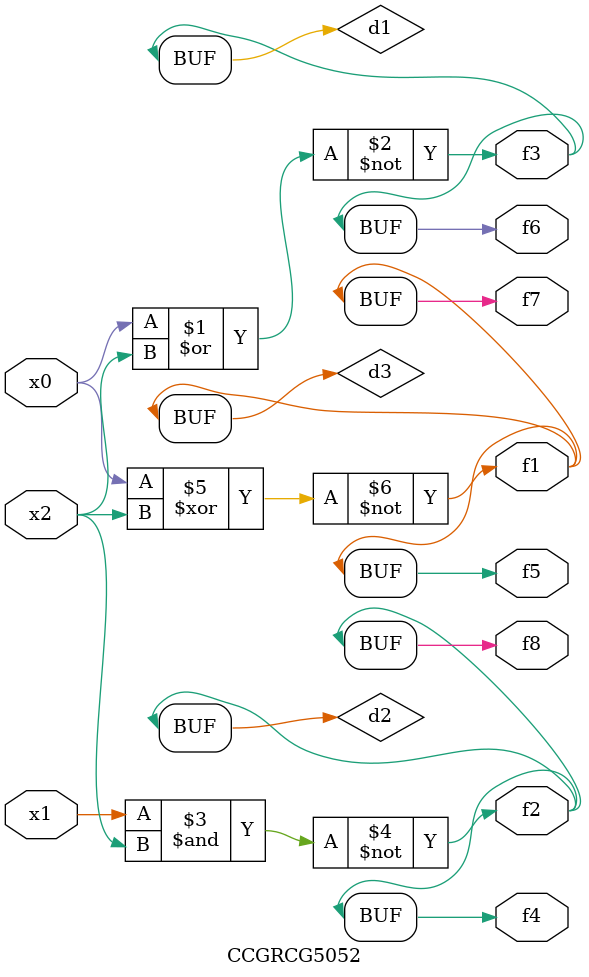
<source format=v>
module CCGRCG5052(
	input x0, x1, x2,
	output f1, f2, f3, f4, f5, f6, f7, f8
);

	wire d1, d2, d3;

	nor (d1, x0, x2);
	nand (d2, x1, x2);
	xnor (d3, x0, x2);
	assign f1 = d3;
	assign f2 = d2;
	assign f3 = d1;
	assign f4 = d2;
	assign f5 = d3;
	assign f6 = d1;
	assign f7 = d3;
	assign f8 = d2;
endmodule

</source>
